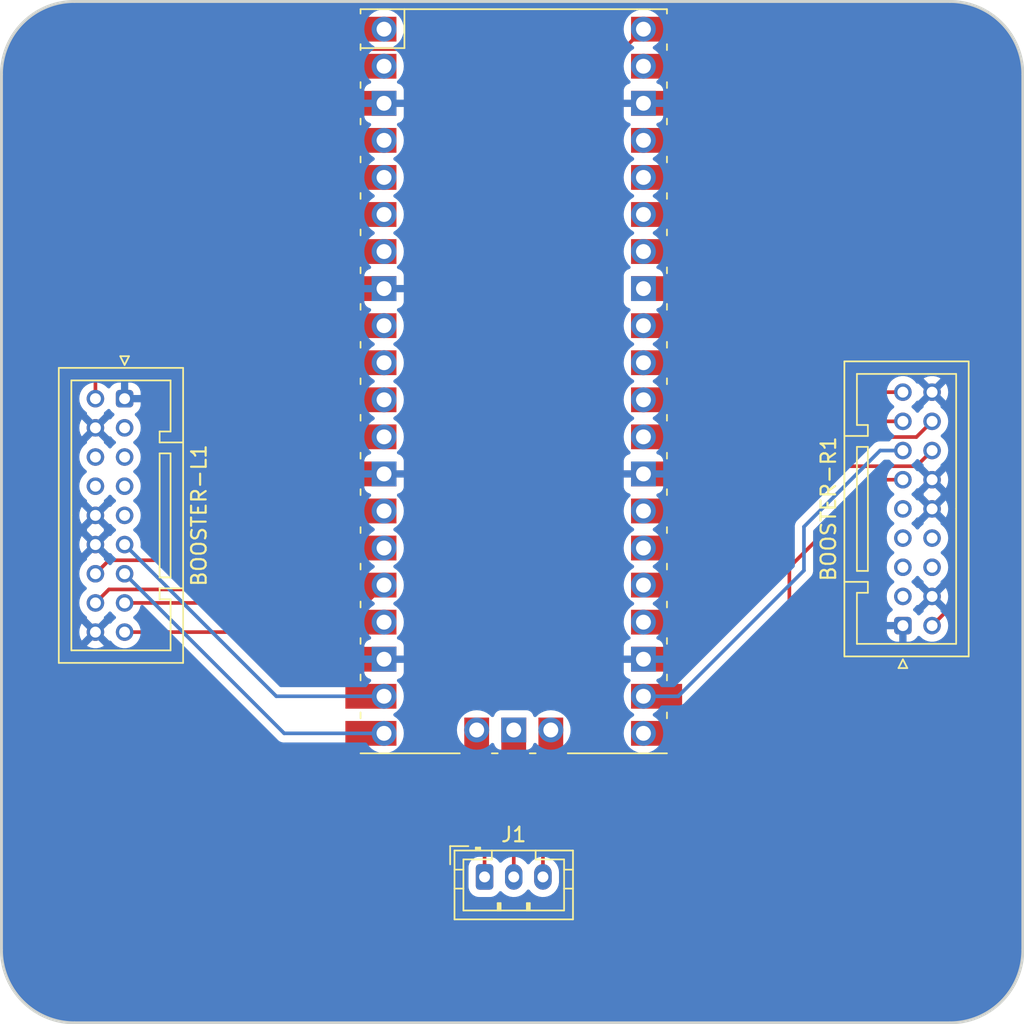
<source format=kicad_pcb>
(kicad_pcb (version 20221018) (generator pcbnew)
  (layers (0 "F.Cu" signal) (31 "B.Cu" signal) (34 "B.Paste" user) (35 "F.Paste" user) (36 "B.SilkS" user "B.Silkscreen") (37 "F.SilkS" user "F.Silkscreen") (38 "B.Mask" user) (39 "F.Mask" user) (44 "Edge.Cuts" user))
  (net 0 "")
  (net 1 "+5V")
  (net 2 "GND")
  (net 3 "/BOOSTER_L_SDA+")
  (net 4 "/BOOSTER_L_SDA-")
  (net 5 "/BOOSTER_L_SCL-")
  (net 6 "/BOOSTER_L_SCL+")
  (net 9 "/BOOSTER_L_BTN")
  (net 10 "/BOOSTER_R_BTN_LED")
  (net 11 "/BOOSTER_L_DIR_4")
  (net 12 "/BOOSTER_L_DIR_2")
  (net 13 "/BOOSTER_L_DIR_3")
  (net 14 "/BOOSTER_L_DIR_1")
  (net 16 "BOOSTER_R_SDA+")
  (net 17 "BOOSTER_R_SDA-")
  (net 18 "BOOSTER_R_SCL-")
  (net 19 "BOOSTER_R_SCL+")
  (net 21 "/BOOSTER_R_BTN")
  (net 22 "/BOOSTER_R_DIR_4")
  (net 23 "/BOOSTER_R_DIR_2")
  (net 24 "/BOOSTER_R_DIR_3")
  (net 25 "/BOOSTER_R_DIR_1")
  (net 26 "/DBG_SWCLK")
  (net 27 "/DBG_GND")
  (net 28 "/DBG_SWDIO")
  (net 29 "/BOOSTER_L_BTN_LED")
  (footprint "Connector_JST:JST_PUD_B18B-PUDSS_2x09_P2.00mm_Vertical" (layer "F.Cu") (at 101.78 82.7775 90)
    (fp_text reference "BOOSTER-R1" (at 8 -5.1 90) (layer "F.SilkS"))
    (fp_text value "Conn_02x09_Odd_Even")
    (fp_line (start -2.91 -0.3) (end -2.31 0) (stroke (width 0.12)) (layer "F.SilkS"))
    (fp_line (start -2.91 0.3) (end -2.91 -0.3) (stroke (width 0.12)) (layer "F.SilkS"))
    (fp_line (start -2.31 0) (end -2.91 0.3) (stroke (width 0.12)) (layer "F.SilkS"))
    (fp_line (start -2.11 -4.01) (end -2.11 4.51) (stroke (width 0.12)) (layer "F.SilkS"))
    (fp_line (start -2.11 4.51) (end 18.11 4.51) (stroke (width 0.12)) (layer "F.SilkS"))
    (fp_line (start -1.25 -3.15) (end -1.25 3.65) (stroke (width 0.12)) (layer "F.SilkS"))
    (fp_line (start -1.25 3.65) (end 8 3.65) (stroke (width 0.12)) (layer "F.SilkS"))
    (fp_line (start 2.25 -3.15) (end -1.25 -3.15) (stroke (width 0.12)) (layer "F.SilkS"))
    (fp_line (start 2.25 -2.4) (end 2.25 -3.15) (stroke (width 0.12)) (layer "F.SilkS"))
    (fp_line (start 3 -4.01) (end 3 -2.4) (stroke (width 0.12)) (layer "F.SilkS"))
    (fp_line (start 3 -2.4) (end 2.25 -2.4) (stroke (width 0.12)) (layer "F.SilkS"))
    (fp_line (start 3.75 -3.15) (end 3.75 -2.4) (stroke (width 0.12)) (layer "F.SilkS"))
    (fp_line (start 3.75 -2.4) (end 12.25 -2.4) (stroke (width 0.12)) (layer "F.SilkS"))
    (fp_line (start 12.25 -3.15) (end 3.75 -3.15) (stroke (width 0.12)) (layer "F.SilkS"))
    (fp_line (start 12.25 -2.4) (end 12.25 -3.15) (stroke (width 0.12)) (layer "F.SilkS"))
    (fp_line (start 13 -4.01) (end 13 -2.4) (stroke (width 0.12)) (layer "F.SilkS"))
    (fp_line (start 13 -2.4) (end 13.75 -2.4) (stroke (width 0.12)) (layer "F.SilkS"))
    (fp_line (start 13.75 -3.15) (end 17.25 -3.15) (stroke (width 0.12)) (layer "F.SilkS"))
    (fp_line (start 13.75 -2.4) (end 13.75 -3.15) (stroke (width 0.12)) (layer "F.SilkS"))
    (fp_line (start 17.25 -3.15) (end 17.25 3.65) (stroke (width 0.12)) (layer "F.SilkS"))
    (fp_line (start 17.25 3.65) (end 8 3.65) (stroke (width 0.12)) (layer "F.SilkS"))
    (fp_line (start 18.11 -4.01) (end -2.11 -4.01) (stroke (width 0.12)) (layer "F.SilkS"))
    (fp_line (start 18.11 4.51) (end 18.11 -4.01) (stroke (width 0.12)) (layer "F.SilkS"))
    (pad "1" thru_hole roundrect (at 0 0 90) (size 1.2 1.2) (drill 0.75) (layers "*.Cu" "*.Mask") (roundrect_rratio 0.208333) (net 2 "GND"))
    (pad "2" thru_hole circle (at 0 2 90) (size 1.2 1.2) (drill 0.75) (layers "*.Cu" "*.Mask") (net 1 "+5V"))
    (pad "3" thru_hole circle (at 2 0 90) (size 1.2 1.2) (drill 0.75) (layers "*.Cu" "*.Mask"))
    (pad "4" thru_hole circle (at 2 2 90) (size 1.2 1.2) (drill 0.75) (layers "*.Cu" "*.Mask") (net 2 "GND"))
    (pad "5" thru_hole circle (at 4 0 90) (size 1.2 1.2) (drill 0.75) (layers "*.Cu" "*.Mask") (net 16 "BOOSTER_R_SDA+"))
    (pad "6" thru_hole circle (at 4 2 90) (size 1.2 1.2) (drill 0.75) (layers "*.Cu" "*.Mask") (net 17 "BOOSTER_R_SDA-"))
    (pad "7" thru_hole circle (at 6 0 90) (size 1.2 1.2) (drill 0.75) (layers "*.Cu" "*.Mask") (net 18 "BOOSTER_R_SCL-"))
    (pad "8" thru_hole circle (at 6 2 90) (size 1.2 1.2) (drill 0.75) (layers "*.Cu" "*.Mask") (net 19 "BOOSTER_R_SCL+"))
    (pad "9" thru_hole circle (at 8 0 90) (size 1.2 1.2) (drill 0.75) (layers "*.Cu" "*.Mask"))
    (pad "10" thru_hole circle (at 8 2 90) (size 1.2 1.2) (drill 0.75) (layers "*.Cu" "*.Mask") (net 2 "GND"))
    (pad "11" thru_hole circle (at 10 0 90) (size 1.2 1.2) (drill 0.75) (layers "*.Cu" "*.Mask") (net 21 "/BOOSTER_R_BTN"))
    (pad "12" thru_hole circle (at 10 2 90) (size 1.2 1.2) (drill 0.75) (layers "*.Cu" "*.Mask") (net 2 "GND"))
    (pad "13" thru_hole circle (at 12 0 90) (size 1.2 1.2) (drill 0.75) (layers "*.Cu" "*.Mask") (net 10 "/BOOSTER_R_BTN_LED"))
    (pad "14" thru_hole circle (at 12 2 90) (size 1.2 1.2) (drill 0.75) (layers "*.Cu" "*.Mask") (net 22 "/BOOSTER_R_DIR_4"))
    (pad "15" thru_hole circle (at 14 0 90) (size 1.2 1.2) (drill 0.75) (layers "*.Cu" "*.Mask") (net 23 "/BOOSTER_R_DIR_2"))
    (pad "16" thru_hole circle (at 14 2 90) (size 1.2 1.2) (drill 0.75) (layers "*.Cu" "*.Mask") (net 24 "/BOOSTER_R_DIR_3"))
    (pad "17" thru_hole circle (at 16 0 90) (size 1.2 1.2) (drill 0.75) (layers "*.Cu" "*.Mask") (net 25 "/BOOSTER_R_DIR_1"))
    (pad "18" thru_hole circle (at 16 2 90) (size 1.2 1.2) (drill 0.75) (layers "*.Cu" "*.Mask") (net 2 "GND"))
  )
  (footprint "Connector_JST:JST_PH_B3B-PH-K_1x03_P2.00mm_Vertical" (layer "F.Cu") (at 73.11 100)
    (fp_text reference "J1" (at 2 -2.9) (layer "F.SilkS"))
    (fp_text value "Conn_01x03")
    (fp_line (start -2.36 -2.11) (end -2.36 -0.86) (stroke (width 0.12)) (layer "F.SilkS"))
    (fp_line (start -2.06 -1.81) (end -2.06 2.91) (stroke (width 0.12)) (layer "F.SilkS"))
    (fp_line (start -2.06 -0.5) (end -1.45 -0.5) (stroke (width 0.12)) (layer "F.SilkS"))
    (fp_line (start -2.06 0.8) (end -1.45 0.8) (stroke (width 0.12)) (layer "F.SilkS"))
    (fp_line (start -2.06 2.91) (end 6.06 2.91) (stroke (width 0.12)) (layer "F.SilkS"))
    (fp_line (start -1.45 -1.2) (end -1.45 2.3) (stroke (width 0.12)) (layer "F.SilkS"))
    (fp_line (start -1.45 2.3) (end 5.45 2.3) (stroke (width 0.12)) (layer "F.SilkS"))
    (fp_line (start -1.11 -2.11) (end -2.36 -2.11) (stroke (width 0.12)) (layer "F.SilkS"))
    (fp_line (start -0.6 -2.01) (end -0.6 -1.81) (stroke (width 0.12)) (layer "F.SilkS"))
    (fp_line (start -0.3 -2.01) (end -0.6 -2.01) (stroke (width 0.12)) (layer "F.SilkS"))
    (fp_line (start -0.3 -1.91) (end -0.6 -1.91) (stroke (width 0.12)) (layer "F.SilkS"))
    (fp_line (start -0.3 -1.81) (end -0.3 -2.01) (stroke (width 0.12)) (layer "F.SilkS"))
    (fp_line (start 0.5 -1.81) (end 0.5 -1.2) (stroke (width 0.12)) (layer "F.SilkS"))
    (fp_line (start 0.5 -1.2) (end -1.45 -1.2) (stroke (width 0.12)) (layer "F.SilkS"))
    (fp_line (start 0.9 1.8) (end 1.1 1.8) (stroke (width 0.12)) (layer "F.SilkS"))
    (fp_line (start 0.9 2.3) (end 0.9 1.8) (stroke (width 0.12)) (layer "F.SilkS"))
    (fp_line (start 1 2.3) (end 1 1.8) (stroke (width 0.12)) (layer "F.SilkS"))
    (fp_line (start 1.1 1.8) (end 1.1 2.3) (stroke (width 0.12)) (layer "F.SilkS"))
    (fp_line (start 2.9 1.8) (end 3.1 1.8) (stroke (width 0.12)) (layer "F.SilkS"))
    (fp_line (start 2.9 2.3) (end 2.9 1.8) (stroke (width 0.12)) (layer "F.SilkS"))
    (fp_line (start 3 2.3) (end 3 1.8) (stroke (width 0.12)) (layer "F.SilkS"))
    (fp_line (start 3.1 1.8) (end 3.1 2.3) (stroke (width 0.12)) (layer "F.SilkS"))
    (fp_line (start 3.5 -1.2) (end 3.5 -1.81) (stroke (width 0.12)) (layer "F.SilkS"))
    (fp_line (start 5.45 -1.2) (end 3.5 -1.2) (stroke (width 0.12)) (layer "F.SilkS"))
    (fp_line (start 5.45 2.3) (end 5.45 -1.2) (stroke (width 0.12)) (layer "F.SilkS"))
    (fp_line (start 6.06 -1.81) (end -2.06 -1.81) (stroke (width 0.12)) (layer "F.SilkS"))
    (fp_line (start 6.06 -0.5) (end 5.45 -0.5) (stroke (width 0.12)) (layer "F.SilkS"))
    (fp_line (start 6.06 0.8) (end 5.45 0.8) (stroke (width 0.12)) (layer "F.SilkS"))
    (fp_line (start 6.06 2.91) (end 6.06 -1.81) (stroke (width 0.12)) (layer "F.SilkS"))
    (pad "1" thru_hole roundrect (at 0 0) (size 1.2 1.75) (drill 0.75) (layers "*.Cu" "*.Mask") (roundrect_rratio 0.208333) (net 26 "/DBG_SWCLK"))
    (pad "2" thru_hole oval (at 2 0) (size 1.2 1.75) (drill 0.75) (layers "*.Cu" "*.Mask") (net 27 "/DBG_GND"))
    (pad "3" thru_hole oval (at 4 0) (size 1.2 1.75) (drill 0.75) (layers "*.Cu" "*.Mask") (net 28 "/DBG_SWDIO"))
  )
  (footprint "MCU_RaspberryPi_and_Boards:RPi_Pico_SMD_TH_Clean" (layer "F.Cu") (at 75.11 66.03)
    (fp_text reference "U2" hide)
    (fp_text value "Pico" hide)
    (fp_line (start -10.5 -25.5) (end -10.5 -25.2) (stroke (width 0.12)) (layer "F.SilkS"))
    (fp_line (start -10.5 -25.5) (end 10.5 -25.5) (stroke (width 0.12)) (layer "F.SilkS"))
    (fp_line (start -10.5 -23.1) (end -10.5 -22.7) (stroke (width 0.12)) (layer "F.SilkS"))
    (fp_line (start -10.5 -22.833) (end -7.493 -22.833) (stroke (width 0.12)) (layer "F.SilkS"))
    (fp_line (start -10.5 -20.5) (end -10.5 -20.1) (stroke (width 0.12)) (layer "F.SilkS"))
    (fp_line (start -10.5 -18) (end -10.5 -17.6) (stroke (width 0.12)) (layer "F.SilkS"))
    (fp_line (start -10.5 -15.4) (end -10.5 -15) (stroke (width 0.12)) (layer "F.SilkS"))
    (fp_line (start -10.5 -12.9) (end -10.5 -12.5) (stroke (width 0.12)) (layer "F.SilkS"))
    (fp_line (start -10.5 -10.4) (end -10.5 -10) (stroke (width 0.12)) (layer "F.SilkS"))
    (fp_line (start -10.5 -7.8) (end -10.5 -7.4) (stroke (width 0.12)) (layer "F.SilkS"))
    (fp_line (start -10.5 -5.3) (end -10.5 -4.9) (stroke (width 0.12)) (layer "F.SilkS"))
    (fp_line (start -10.5 -2.7) (end -10.5 -2.3) (stroke (width 0.12)) (layer "F.SilkS"))
    (fp_line (start -10.5 -0.2) (end -10.5 0.2) (stroke (width 0.12)) (layer "F.SilkS"))
    (fp_line (start -10.5 2.3) (end -10.5 2.7) (stroke (width 0.12)) (layer "F.SilkS"))
    (fp_line (start -10.5 4.9) (end -10.5 5.3) (stroke (width 0.12)) (layer "F.SilkS"))
    (fp_line (start -10.5 7.4) (end -10.5 7.8) (stroke (width 0.12)) (layer "F.SilkS"))
    (fp_line (start -10.5 10) (end -10.5 10.4) (stroke (width 0.12)) (layer "F.SilkS"))
    (fp_line (start -10.5 12.5) (end -10.5 12.9) (stroke (width 0.12)) (layer "F.SilkS"))
    (fp_line (start -10.5 15.1) (end -10.5 15.5) (stroke (width 0.12)) (layer "F.SilkS"))
    (fp_line (start -10.5 17.6) (end -10.5 18) (stroke (width 0.12)) (layer "F.SilkS"))
    (fp_line (start -10.5 20.1) (end -10.5 20.5) (stroke (width 0.12)) (layer "F.SilkS"))
    (fp_line (start -10.5 22.7) (end -10.5 23.1) (stroke (width 0.12)) (layer "F.SilkS"))
    (fp_line (start -7.493 -22.833) (end -7.493 -25.5) (stroke (width 0.12)) (layer "F.SilkS"))
    (fp_line (start -3.7 25.5) (end -10.5 25.5) (stroke (width 0.12)) (layer "F.SilkS"))
    (fp_line (start -1.5 25.5) (end -1.1 25.5) (stroke (width 0.12)) (layer "F.SilkS"))
    (fp_line (start 1.1 25.5) (end 1.5 25.5) (stroke (width 0.12)) (layer "F.SilkS"))
    (fp_line (start 10.5 -25.5) (end 10.5 -25.2) (stroke (width 0.12)) (layer "F.SilkS"))
    (fp_line (start 10.5 -23.1) (end 10.5 -22.7) (stroke (width 0.12)) (layer "F.SilkS"))
    (fp_line (start 10.5 -20.5) (end 10.5 -20.1) (stroke (width 0.12)) (layer "F.SilkS"))
    (fp_line (start 10.5 -18) (end 10.5 -17.6) (stroke (width 0.12)) (layer "F.SilkS"))
    (fp_line (start 10.5 -15.4) (end 10.5 -15) (stroke (width 0.12)) (layer "F.SilkS"))
    (fp_line (start 10.5 -12.9) (end 10.5 -12.5) (stroke (width 0.12)) (layer "F.SilkS"))
    (fp_line (start 10.5 -10.4) (end 10.5 -10) (stroke (width 0.12)) (layer "F.SilkS"))
    (fp_line (start 10.5 -7.8) (end 10.5 -7.4) (stroke (width 0.12)) (layer "F.SilkS"))
    (fp_line (start 10.5 -5.3) (end 10.5 -4.9) (stroke (width 0.12)) (layer "F.SilkS"))
    (fp_line (start 10.5 -2.7) (end 10.5 -2.3) (stroke (width 0.12)) (layer "F.SilkS"))
    (fp_line (start 10.5 -0.2) (end 10.5 0.2) (stroke (width 0.12)) (layer "F.SilkS"))
    (fp_line (start 10.5 2.3) (end 10.5 2.7) (stroke (width 0.12)) (layer "F.SilkS"))
    (fp_line (start 10.5 4.9) (end 10.5 5.3) (stroke (width 0.12)) (layer "F.SilkS"))
    (fp_line (start 10.5 7.4) (end 10.5 7.8) (stroke (width 0.12)) (layer "F.SilkS"))
    (fp_line (start 10.5 10) (end 10.5 10.4) (stroke (width 0.12)) (layer "F.SilkS"))
    (fp_line (start 10.5 12.5) (end 10.5 12.9) (stroke (width 0.12)) (layer "F.SilkS"))
    (fp_line (start 10.5 15.1) (end 10.5 15.5) (stroke (width 0.12)) (layer "F.SilkS"))
    (fp_line (start 10.5 17.6) (end 10.5 18) (stroke (width 0.12)) (layer "F.SilkS"))
    (fp_line (start 10.5 20.1) (end 10.5 20.5) (stroke (width 0.12)) (layer "F.SilkS"))
    (fp_line (start 10.5 22.7) (end 10.5 23.1) (stroke (width 0.12)) (layer "F.SilkS"))
    (fp_line (start 10.5 25.5) (end 3.7 25.5) (stroke (width 0.12)) (layer "F.SilkS"))
    (pad "1" thru_hole oval (at -8.89 -24.13) (size 1.7 1.7) (drill 1.02) (layers "*.Cu" "*.Mask"))
    (pad "1" smd rect (at -8.89 -24.13) (size 3.5 1.7) (drill (offset -0.9 0)) (layers "F.Cu" "F.Mask"))
    (pad "2" thru_hole oval (at -8.89 -21.59) (size 1.7 1.7) (drill 1.02) (layers "*.Cu" "*.Mask"))
    (pad "2" smd rect (at -8.89 -21.59) (size 3.5 1.7) (drill (offset -0.9 0)) (layers "F.Cu" "F.Mask"))
    (pad "3" thru_hole rect (at -8.89 -19.05) (size 1.7 1.7) (drill 1.02) (layers "*.Cu" "*.Mask") (net 2 "GND"))
    (pad "3" smd rect (at -8.89 -19.05) (size 3.5 1.7) (drill (offset -0.9 0)) (layers "F.Cu" "F.Mask") (net 2 "GND"))
    (pad "4" thru_hole oval (at -8.89 -16.51) (size 1.7 1.7) (drill 1.02) (layers "*.Cu" "*.Mask"))
    (pad "4" smd rect (at -8.89 -16.51) (size 3.5 1.7) (drill (offset -0.9 0)) (layers "F.Cu" "F.Mask"))
    (pad "5" thru_hole oval (at -8.89 -13.97) (size 1.7 1.7) (drill 1.02) (layers "*.Cu" "*.Mask"))
    (pad "5" smd rect (at -8.89 -13.97) (size 3.5 1.7) (drill (offset -0.9 0)) (layers "F.Cu" "F.Mask"))
    (pad "6" thru_hole oval (at -8.89 -11.43) (size 1.7 1.7) (drill 1.02) (layers "*.Cu" "*.Mask"))
    (pad "6" smd rect (at -8.89 -11.43) (size 3.5 1.7) (drill (offset -0.9 0)) (layers "F.Cu" "F.Mask"))
    (pad "7" thru_hole oval (at -8.89 -8.89) (size 1.7 1.7) (drill 1.02) (layers "*.Cu" "*.Mask"))
    (pad "7" smd rect (at -8.89 -8.89) (size 3.5 1.7) (drill (offset -0.9 0)) (layers "F.Cu" "F.Mask"))
    (pad "8" thru_hole rect (at -8.89 -6.35) (size 1.7 1.7) (drill 1.02) (layers "*.Cu" "*.Mask") (net 2 "GND"))
    (pad "8" smd rect (at -8.89 -6.35) (size 3.5 1.7) (drill (offset -0.9 0)) (layers "F.Cu" "F.Mask") (net 2 "GND"))
    (pad "9" thru_hole oval (at -8.89 -3.81) (size 1.7 1.7) (drill 1.02) (layers "*.Cu" "*.Mask"))
    (pad "9" smd rect (at -8.89 -3.81) (size 3.5 1.7) (drill (offset -0.9 0)) (layers "F.Cu" "F.Mask"))
    (pad "10" thru_hole oval (at -8.89 -1.27) (size 1.7 1.7) (drill 1.02) (layers "*.Cu" "*.Mask"))
    (pad "10" smd rect (at -8.89 -1.27) (size 3.5 1.7) (drill (offset -0.9 0)) (layers "F.Cu" "F.Mask"))
    (pad "11" thru_hole oval (at -8.89 1.27) (size 1.7 1.7) (drill 1.02) (layers "*.Cu" "*.Mask"))
    (pad "11" smd rect (at -8.89 1.27) (size 3.5 1.7) (drill (offset -0.9 0)) (layers "F.Cu" "F.Mask"))
    (pad "12" thru_hole oval (at -8.89 3.81) (size 1.7 1.7) (drill 1.02) (layers "*.Cu" "*.Mask"))
    (pad "12" smd rect (at -8.89 3.81) (size 3.5 1.7) (drill (offset -0.9 0)) (layers "F.Cu" "F.Mask"))
    (pad "13" thru_hole rect (at -8.89 6.35) (size 1.7 1.7) (drill 1.02) (layers "*.Cu" "*.Mask") (net 2 "GND"))
    (pad "13" smd rect (at -8.89 6.35) (size 3.5 1.7) (drill (offset -0.9 0)) (layers "F.Cu" "F.Mask") (net 2 "GND"))
    (pad "14" thru_hole oval (at -8.89 8.89) (size 1.7 1.7) (drill 1.02) (layers "*.Cu" "*.Mask") (net 11 "/BOOSTER_L_DIR_4"))
    (pad "14" smd rect (at -8.89 8.89) (size 3.5 1.7) (drill (offset -0.9 0)) (layers "F.Cu" "F.Mask") (net 11 "/BOOSTER_L_DIR_4"))
    (pad "15" thru_hole oval (at -8.89 11.43) (size 1.7 1.7) (drill 1.02) (layers "*.Cu" "*.Mask") (net 13 "/BOOSTER_L_DIR_3"))
    (pad "15" smd rect (at -8.89 11.43) (size 3.5 1.7) (drill (offset -0.9 0)) (layers "F.Cu" "F.Mask") (net 13 "/BOOSTER_L_DIR_3"))
    (pad "16" thru_hole oval (at -8.89 13.97) (size 1.7 1.7) (drill 1.02) (layers "*.Cu" "*.Mask") (net 12 "/BOOSTER_L_DIR_2"))
    (pad "16" smd rect (at -8.89 13.97) (size 3.5 1.7) (drill (offset -0.9 0)) (layers "F.Cu" "F.Mask") (net 12 "/BOOSTER_L_DIR_2"))
    (pad "17" thru_hole oval (at -8.89 16.51) (size 1.7 1.7) (drill 1.02) (layers "*.Cu" "*.Mask") (net 14 "/BOOSTER_L_DIR_1"))
    (pad "17" smd rect (at -8.89 16.51) (size 3.5 1.7) (drill (offset -0.9 0)) (layers "F.Cu" "F.Mask") (net 14 "/BOOSTER_L_DIR_1"))
    (pad "18" thru_hole rect (at -8.89 19.05) (size 1.7 1.7) (drill 1.02) (layers "*.Cu" "*.Mask") (net 2 "GND"))
    (pad "18" smd rect (at -8.89 19.05) (size 3.5 1.7) (drill (offset -0.9 0)) (layers "F.Cu" "F.Mask") (net 2 "GND"))
    (pad "19" thru_hole oval (at -8.89 21.59) (size 1.7 1.7) (drill 1.02) (layers "*.Cu" "*.Mask") (net 9 "/BOOSTER_L_BTN"))
    (pad "19" smd rect (at -8.89 21.59) (size 3.5 1.7) (drill (offset -0.9 0)) (layers "F.Cu" "F.Mask") (net 9 "/BOOSTER_L_BTN"))
    (pad "20" thru_hole oval (at -8.89 24.13) (size 1.7 1.7) (drill 1.02) (layers "*.Cu" "*.Mask") (net 29 "/BOOSTER_L_BTN_LED"))
    (pad "20" smd rect (at -8.89 24.13) (size 3.5 1.7) (drill (offset -0.9 0)) (layers "F.Cu" "F.Mask") (net 29 "/BOOSTER_L_BTN_LED"))
    (pad "21" thru_hole oval (at 8.89 24.13) (size 1.7 1.7) (drill 1.02) (layers "*.Cu" "*.Mask") (net 21 "/BOOSTER_R_BTN"))
    (pad "21" smd rect (at 8.89 24.13) (size 3.5 1.7) (drill (offset 0.9 0)) (layers "F.Cu" "F.Mask") (net 21 "/BOOSTER_R_BTN"))
    (pad "22" thru_hole oval (at 8.89 21.59) (size 1.7 1.7) (drill 1.02) (layers "*.Cu" "*.Mask") (net 10 "/BOOSTER_R_BTN_LED"))
    (pad "22" smd rect (at 8.89 21.59) (size 3.5 1.7) (drill (offset 0.9 0)) (layers "F.Cu" "F.Mask") (net 10 "/BOOSTER_R_BTN_LED"))
    (pad "23" thru_hole rect (at 8.89 19.05) (size 1.7 1.7) (drill 1.02) (layers "*.Cu" "*.Mask") (net 2 "GND"))
    (pad "23" smd rect (at 8.89 19.05) (size 3.5 1.7) (drill (offset 0.9 0)) (layers "F.Cu" "F.Mask") (net 2 "GND"))
    (pad "24" thru_hole oval (at 8.89 16.51) (size 1.7 1.7) (drill 1.02) (layers "*.Cu" "*.Mask") (net 22 "/BOOSTER_R_DIR_4"))
    (pad "24" smd rect (at 8.89 16.51) (size 3.5 1.7) (drill (offset 0.9 0)) (layers "F.Cu" "F.Mask") (net 22 "/BOOSTER_R_DIR_4"))
    (pad "25" thru_hole oval (at 8.89 13.97) (size 1.7 1.7) (drill 1.02) (layers "*.Cu" "*.Mask") (net 24 "/BOOSTER_R_DIR_3"))
    (pad "25" smd rect (at 8.89 13.97) (size 3.5 1.7) (drill (offset 0.9 0)) (layers "F.Cu" "F.Mask") (net 24 "/BOOSTER_R_DIR_3"))
    (pad "26" thru_hole oval (at 8.89 11.43) (size 1.7 1.7) (drill 1.02) (layers "*.Cu" "*.Mask") (net 23 "/BOOSTER_R_DIR_2"))
    (pad "26" smd rect (at 8.89 11.43) (size 3.5 1.7) (drill (offset 0.9 0)) (layers "F.Cu" "F.Mask") (net 23 "/BOOSTER_R_DIR_2"))
    (pad "27" thru_hole oval (at 8.89 8.89) (size 1.7 1.7) (drill 1.02) (layers "*.Cu" "*.Mask") (net 25 "/BOOSTER_R_DIR_1"))
    (pad "27" smd rect (at 8.89 8.89) (size 3.5 1.7) (drill (offset 0.9 0)) (layers "F.Cu" "F.Mask") (net 25 "/BOOSTER_R_DIR_1"))
    (pad "28" thru_hole rect (at 8.89 6.35) (size 1.7 1.7) (drill 1.02) (layers "*.Cu" "*.Mask") (net 2 "GND"))
    (pad "28" smd rect (at 8.89 6.35) (size 3.5 1.7) (drill (offset 0.9 0)) (layers "F.Cu" "F.Mask") (net 2 "GND"))
    (pad "29" thru_hole oval (at 8.89 3.81) (size 1.7 1.7) (drill 1.02) (layers "*.Cu" "*.Mask"))
    (pad "29" smd rect (at 8.89 3.81) (size 3.5 1.7) (drill (offset 0.9 0)) (layers "F.Cu" "F.Mask"))
    (pad "30" thru_hole oval (at 8.89 1.27) (size 1.7 1.7) (drill 1.02) (layers "*.Cu" "*.Mask"))
    (pad "30" smd rect (at 8.89 1.27) (size 3.5 1.7) (drill (offset 0.9 0)) (layers "F.Cu" "F.Mask"))
    (pad "31" thru_hole oval (at 8.89 -1.27) (size 1.7 1.7) (drill 1.02) (layers "*.Cu" "*.Mask"))
    (pad "31" smd rect (at 8.89 -1.27) (size 3.5 1.7) (drill (offset 0.9 0)) (layers "F.Cu" "F.Mask"))
    (pad "32" thru_hole oval (at 8.89 -3.81) (size 1.7 1.7) (drill 1.02) (layers "*.Cu" "*.Mask"))
    (pad "32" smd rect (at 8.89 -3.81) (size 3.5 1.7) (drill (offset 0.9 0)) (layers "F.Cu" "F.Mask"))
    (pad "33" thru_hole rect (at 8.89 -6.35) (size 1.7 1.7) (drill 1.02) (layers "*.Cu" "*.Mask"))
    (pad "33" smd rect (at 8.89 -6.35) (size 3.5 1.7) (drill (offset 0.9 0)) (layers "F.Cu" "F.Mask"))
    (pad "34" thru_hole oval (at 8.89 -8.89) (size 1.7 1.7) (drill 1.02) (layers "*.Cu" "*.Mask"))
    (pad "34" smd rect (at 8.89 -8.89) (size 3.5 1.7) (drill (offset 0.9 0)) (layers "F.Cu" "F.Mask"))
    (pad "35" thru_hole oval (at 8.89 -11.43) (size 1.7 1.7) (drill 1.02) (layers "*.Cu" "*.Mask"))
    (pad "35" smd rect (at 8.89 -11.43) (size 3.5 1.7) (drill (offset 0.9 0)) (layers "F.Cu" "F.Mask"))
    (pad "36" thru_hole oval (at 8.89 -13.97) (size 1.7 1.7) (drill 1.02) (layers "*.Cu" "*.Mask"))
    (pad "36" smd rect (at 8.89 -13.97) (size 3.5 1.7) (drill (offset 0.9 0)) (layers "F.Cu" "F.Mask"))
    (pad "37" thru_hole oval (at 8.89 -16.51) (size 1.7 1.7) (drill 1.02) (layers "*.Cu" "*.Mask"))
    (pad "37" smd rect (at 8.89 -16.51) (size 3.5 1.7) (drill (offset 0.9 0)) (layers "F.Cu" "F.Mask"))
    (pad "38" thru_hole rect (at 8.89 -19.05) (size 1.7 1.7) (drill 1.02) (layers "*.Cu" "*.Mask") (net 2 "GND"))
    (pad "38" smd rect (at 8.89 -19.05) (size 3.5 1.7) (drill (offset 0.9 0)) (layers "F.Cu" "F.Mask") (net 2 "GND"))
    (pad "39" thru_hole oval (at 8.89 -21.59) (size 1.7 1.7) (drill 1.02) (layers "*.Cu" "*.Mask"))
    (pad "39" smd rect (at 8.89 -21.59) (size 3.5 1.7) (drill (offset 0.9 0)) (layers "F.Cu" "F.Mask"))
    (pad "40" thru_hole oval (at 8.89 -24.13) (size 1.7 1.7) (drill 1.02) (layers "*.Cu" "*.Mask") (net 1 "+5V"))
    (pad "40" smd rect (at 8.89 -24.13) (size 3.5 1.7) (drill (offset 0.9 0)) (layers "F.Cu" "F.Mask") (net 1 "+5V"))
    (pad "41" thru_hole oval (at -2.54 23.9) (size 1.7 1.7) (drill 1.02) (layers "*.Cu" "*.Mask") (net 26 "/DBG_SWCLK"))
    (pad "41" smd rect (at -2.54 23.9 90) (size 3.5 1.7) (drill (offset -0.9 0)) (layers "F.Cu" "F.Mask") (net 26 "/DBG_SWCLK"))
    (pad "42" thru_hole rect (at 0 23.9) (size 1.7 1.7) (drill 1.02) (layers "*.Cu" "*.Mask") (net 27 "/DBG_GND"))
    (pad "42" smd rect (at 0 23.9 90) (size 3.5 1.7) (drill (offset -0.9 0)) (layers "F.Cu" "F.Mask") (net 27 "/DBG_GND"))
    (pad "43" thru_hole oval (at 2.54 23.9) (size 1.7 1.7) (drill 1.02) (layers "*.Cu" "*.Mask") (net 28 "/DBG_SWDIO"))
    (pad "43" smd rect (at 2.54 23.9 90) (size 3.5 1.7) (drill (offset -0.9 0)) (layers "F.Cu" "F.Mask") (net 28 "/DBG_SWDIO"))
  )
  (footprint "Connector_JST:JST_PUD_B18B-PUDSS_2x09_P2.00mm_Vertical" (layer "F.Cu") (at 48.44 67.2225 -90)
    (fp_text reference "BOOSTER-L1" (at 8 -5.1 90) (layer "F.SilkS"))
    (fp_text value "Conn_02x09_Odd_Even")
    (fp_line (start -2.91 -0.3) (end -2.31 0) (stroke (width 0.12)) (layer "F.SilkS"))
    (fp_line (start -2.91 0.3) (end -2.91 -0.3) (stroke (width 0.12)) (layer "F.SilkS"))
    (fp_line (start -2.31 0) (end -2.91 0.3) (stroke (width 0.12)) (layer "F.SilkS"))
    (fp_line (start -2.11 -4.01) (end -2.11 4.51) (stroke (width 0.12)) (layer "F.SilkS"))
    (fp_line (start -2.11 4.51) (end 18.11 4.51) (stroke (width 0.12)) (layer "F.SilkS"))
    (fp_line (start -1.25 -3.15) (end -1.25 3.65) (stroke (width 0.12)) (layer "F.SilkS"))
    (fp_line (start -1.25 3.65) (end 8 3.65) (stroke (width 0.12)) (layer "F.SilkS"))
    (fp_line (start 2.25 -3.15) (end -1.25 -3.15) (stroke (width 0.12)) (layer "F.SilkS"))
    (fp_line (start 2.25 -2.4) (end 2.25 -3.15) (stroke (width 0.12)) (layer "F.SilkS"))
    (fp_line (start 3 -4.01) (end 3 -2.4) (stroke (width 0.12)) (layer "F.SilkS"))
    (fp_line (start 3 -2.4) (end 2.25 -2.4) (stroke (width 0.12)) (layer "F.SilkS"))
    (fp_line (start 3.75 -3.15) (end 3.75 -2.4) (stroke (width 0.12)) (layer "F.SilkS"))
    (fp_line (start 3.75 -2.4) (end 12.25 -2.4) (stroke (width 0.12)) (layer "F.SilkS"))
    (fp_line (start 12.25 -3.15) (end 3.75 -3.15) (stroke (width 0.12)) (layer "F.SilkS"))
    (fp_line (start 12.25 -2.4) (end 12.25 -3.15) (stroke (width 0.12)) (layer "F.SilkS"))
    (fp_line (start 13 -4.01) (end 13 -2.4) (stroke (width 0.12)) (layer "F.SilkS"))
    (fp_line (start 13 -2.4) (end 13.75 -2.4) (stroke (width 0.12)) (layer "F.SilkS"))
    (fp_line (start 13.75 -3.15) (end 17.25 -3.15) (stroke (width 0.12)) (layer "F.SilkS"))
    (fp_line (start 13.75 -2.4) (end 13.75 -3.15) (stroke (width 0.12)) (layer "F.SilkS"))
    (fp_line (start 17.25 -3.15) (end 17.25 3.65) (stroke (width 0.12)) (layer "F.SilkS"))
    (fp_line (start 17.25 3.65) (end 8 3.65) (stroke (width 0.12)) (layer "F.SilkS"))
    (fp_line (start 18.11 -4.01) (end -2.11 -4.01) (stroke (width 0.12)) (layer "F.SilkS"))
    (fp_line (start 18.11 4.51) (end 18.11 -4.01) (stroke (width 0.12)) (layer "F.SilkS"))
    (pad "1" thru_hole roundrect (at 0 0 270) (size 1.2 1.2) (drill 0.75) (layers "*.Cu" "*.Mask") (roundrect_rratio 0.208333) (net 2 "GND"))
    (pad "2" thru_hole circle (at 0 2 270) (size 1.2 1.2) (drill 0.75) (layers "*.Cu" "*.Mask") (net 1 "+5V"))
    (pad "3" thru_hole circle (at 2 0 270) (size 1.2 1.2) (drill 0.75) (layers "*.Cu" "*.Mask"))
    (pad "4" thru_hole circle (at 2 2 270) (size 1.2 1.2) (drill 0.75) (layers "*.Cu" "*.Mask") (net 2 "GND"))
    (pad "5" thru_hole circle (at 4 0 270) (size 1.2 1.2) (drill 0.75) (layers "*.Cu" "*.Mask") (net 3 "/BOOSTER_L_SDA+"))
    (pad "6" thru_hole circle (at 4 2 270) (size 1.2 1.2) (drill 0.75) (layers "*.Cu" "*.Mask") (net 4 "/BOOSTER_L_SDA-"))
    (pad "7" thru_hole circle (at 6 0 270) (size 1.2 1.2) (drill 0.75) (layers "*.Cu" "*.Mask") (net 5 "/BOOSTER_L_SCL-"))
    (pad "8" thru_hole circle (at 6 2 270) (size 1.2 1.2) (drill 0.75) (layers "*.Cu" "*.Mask") (net 6 "/BOOSTER_L_SCL+"))
    (pad "9" thru_hole circle (at 8 0 270) (size 1.2 1.2) (drill 0.75) (layers "*.Cu" "*.Mask"))
    (pad "10" thru_hole circle (at 8 2 270) (size 1.2 1.2) (drill 0.75) (layers "*.Cu" "*.Mask") (net 2 "GND"))
    (pad "11" thru_hole circle (at 10 0 270) (size 1.2 1.2) (drill 0.75) (layers "*.Cu" "*.Mask") (net 9 "/BOOSTER_L_BTN"))
    (pad "12" thru_hole circle (at 10 2 270) (size 1.2 1.2) (drill 0.75) (layers "*.Cu" "*.Mask") (net 2 "GND"))
    (pad "13" thru_hole circle (at 12 0 270) (size 1.2 1.2) (drill 0.75) (layers "*.Cu" "*.Mask") (net 29 "/BOOSTER_L_BTN_LED"))
    (pad "14" thru_hole circle (at 12 2 270) (size 1.2 1.2) (drill 0.75) (layers "*.Cu" "*.Mask") (net 11 "/BOOSTER_L_DIR_4"))
    (pad "15" thru_hole circle (at 14 0 270) (size 1.2 1.2) (drill 0.75) (layers "*.Cu" "*.Mask") (net 12 "/BOOSTER_L_DIR_2"))
    (pad "16" thru_hole circle (at 14 2 270) (size 1.2 1.2) (drill 0.75) (layers "*.Cu" "*.Mask") (net 13 "/BOOSTER_L_DIR_3"))
    (pad "17" thru_hole circle (at 16 0 270) (size 1.2 1.2) (drill 0.75) (layers "*.Cu" "*.Mask") (net 14 "/BOOSTER_L_DIR_1"))
    (pad "18" thru_hole circle (at 16 2 270) (size 1.2 1.2) (drill 0.75) (layers "*.Cu" "*.Mask") (net 2 "GND"))
  )
  (gr_arc (start 110 105) (mid 108.535534 108.535533) (end 105 110) (stroke (width 0.2)) (layer "Edge.Cuts"))
  (gr_line (start 110 105) (end 110 45) (stroke (width 0.2)) (layer "Edge.Cuts"))
  (gr_line (start 40 105) (end 40 45) (stroke (width 0.2)) (layer "Edge.Cuts"))
  (gr_arc (start 105 40) (mid 108.535533 41.464466) (end 110 45) (stroke (width 0.2)) (layer "Edge.Cuts"))
  (gr_line (start 45 110) (end 105 110) (stroke (width 0.2)) (layer "Edge.Cuts"))
  (gr_line (start 45 40) (end 105 40) (stroke (width 0.2)) (layer "Edge.Cuts"))
  (gr_arc (start 45 110) (mid 41.464467 108.535534) (end 40 105) (stroke (width 0.2)) (layer "Edge.Cuts"))
  (gr_arc (start 40 45) (mid 41.464466 41.464467) (end 45 40) (stroke (width 0.2)) (layer "Edge.Cuts"))
  (segment (start 46.44 60.07) (end 63.245 43.265) (width 0.25) (layer "F.Cu") (net 1))
  (segment (start 63.245 43.265) (end 82.635 43.265) (width 0.25) (layer "F.Cu") (net 1))
  (segment (start 108 56) (end 93.9 41.9) (width 0.25) (layer "F.Cu") (net 1))
  (segment (start 103.78 82.7775) (end 108 78.5575) (width 0.25) (layer "F.Cu") (net 1))
  (segment (start 93.9 41.9) (end 84 41.9) (width 0.25) (layer "F.Cu") (net 1))
  (segment (start 108 78.5575) (end 108 56) (width 0.25) (layer "F.Cu") (net 1))
  (segment (start 82.635 43.265) (end 84 41.9) (width 0.25) (layer "F.Cu") (net 1))
  (segment (start 46.44 67.2225) (end 46.44 60.07) (width 0.25) (layer "F.Cu") (net 1))
  (segment (start 48.44 77.2225) (end 58.8375 87.62) (width 0.25) (layer "B.Cu") (net 9))
  (segment (start 58.8375 87.62) (end 66.22 87.62) (width 0.25) (layer "B.Cu") (net 9))
  (segment (start 86.38 87.62) (end 95 79) (width 0.25) (layer "B.Cu") (net 10))
  (segment (start 100.2225 70.7775) (end 101.78 70.7775) (width 0.25) (layer "B.Cu") (net 10))
  (segment (start 95 76) (end 100.2225 70.7775) (width 0.25) (layer "B.Cu") (net 10))
  (segment (start 84 87.62) (end 86.38 87.62) (width 0.25) (layer "B.Cu") (net 10))
  (segment (start 95 79) (end 95 76) (width 0.25) (layer "B.Cu") (net 10))
  (segment (start 47.365 78.2975) (end 60.7025 78.2975) (width 0.25) (layer "F.Cu") (net 11))
  (segment (start 46.44 79.2225) (end 47.365 78.2975) (width 0.25) (layer "F.Cu") (net 11))
  (segment (start 60.7025 78.2975) (end 64.08 74.92) (width 0.25) (layer "F.Cu") (net 11))
  (segment (start 64.08 74.92) (end 66.22 74.92) (width 0.25) (layer "F.Cu") (net 11))
  (segment (start 64.9975 81.2225) (end 66.22 80) (width 0.25) (layer "F.Cu") (net 12))
  (segment (start 48.44 81.2225) (end 64.9975 81.2225) (width 0.25) (layer "F.Cu") (net 12))
  (segment (start 60.7025 80.2975) (end 63.54 77.46) (width 0.25) (layer "F.Cu") (net 13))
  (segment (start 47.365 80.2975) (end 60.7025 80.2975) (width 0.25) (layer "F.Cu") (net 13))
  (segment (start 46.44 81.2225) (end 47.365 80.2975) (width 0.25) (layer "F.Cu") (net 13))
  (segment (start 63.54 77.46) (end 66.22 77.46) (width 0.25) (layer "F.Cu") (net 13))
  (segment (start 48.44 83.2225) (end 65.5375 83.2225) (width 0.25) (layer "F.Cu") (net 14))
  (segment (start 65.5375 83.2225) (end 66.22 82.54) (width 0.25) (layer "F.Cu") (net 14))
  (segment (start 101.78 72.7775) (end 100.00125 72.7775) (width 0.25) (layer "F.Cu") (net 21))
  (segment (start 94 81.77) (end 85.61 90.16) (width 0.25) (layer "F.Cu") (net 21))
  (segment (start 85.61 90.16) (end 84 90.16) (width 0.25) (layer "F.Cu") (net 21))
  (segment (start 94 78.77875) (end 94 81.77) (width 0.25) (layer "F.Cu") (net 21))
  (segment (start 100.00125 72.7775) (end 94 78.77875) (width 0.25) (layer "F.Cu") (net 21))
  (segment (start 97.1475 71.8525) (end 86.46 82.54) (width 0.25) (layer "F.Cu") (net 22))
  (segment (start 102.705 71.8525) (end 97.1475 71.8525) (width 0.25) (layer "F.Cu") (net 22))
  (segment (start 86.46 82.54) (end 84 82.54) (width 0.25) (layer "F.Cu") (net 22))
  (segment (start 103.78 70.7775) (end 102.705 71.8525) (width 0.25) (layer "F.Cu") (net 22))
  (segment (start 85.54 77.46) (end 84 77.46) (width 0.25) (layer "F.Cu") (net 23))
  (segment (start 101.78 68.7775) (end 94.2225 68.7775) (width 0.25) (layer "F.Cu") (net 23))
  (segment (start 94.2225 68.7775) (end 85.54 77.46) (width 0.25) (layer "F.Cu") (net 23))
  (segment (start 102.705 69.8525) (end 103.78 68.7775) (width 0.25) (layer "F.Cu") (net 24))
  (segment (start 96.1475 69.8525) (end 102.705 69.8525) (width 0.25) (layer "F.Cu") (net 24))
  (segment (start 86 80) (end 96.1475 69.8525) (width 0.25) (layer "F.Cu") (net 24))
  (segment (start 84 80) (end 86 80) (width 0.25) (layer "F.Cu") (net 24))
  (segment (start 93.7525 66.7775) (end 101.78 66.7775) (width 0.25) (layer "F.Cu") (net 25))
  (segment (start 84 74.92) (end 85.61 74.92) (width 0.25) (layer "F.Cu") (net 25))
  (segment (start 85.61 74.92) (end 93.7525 66.7775) (width 0.25) (layer "F.Cu") (net 25))
  (segment (start 73.11 90.47) (end 72.57 89.93) (width 0.25) (layer "F.Cu") (net 26))
  (segment (start 73.11 100) (end 73.11 90.47) (width 0.25) (layer "F.Cu") (net 26))
  (segment (start 75.11 89.93) (end 75.11 100) (width 0.25) (layer "F.Cu") (net 27))
  (segment (start 77.11 100) (end 77.11 90.47) (width 0.25) (layer "F.Cu") (net 28))
  (segment (start 77.11 90.47) (end 77.65 89.93) (width 0.25) (layer "F.Cu") (net 28))
  (segment (start 66.22 90.16) (end 59.3775 90.16) (width 0.25) (layer "B.Cu") (net 29))
  (segment (start 59.3775 90.16) (end 48.44 79.2225) (width 0.25) (layer "B.Cu") (net 29))
  (zone (net 2) (net_name "GND") (layer "B.Cu") (name "GND") (connect_pads (clearance 0.5)) (min_thickness 0.25) (fill yes (thermal_gap 0.5) (thermal_bridge_width 0.5))
    (polygon (pts (xy 40 40) (xy 40 110) (xy 110 110) (xy 110 40)))
  )
)
</source>
